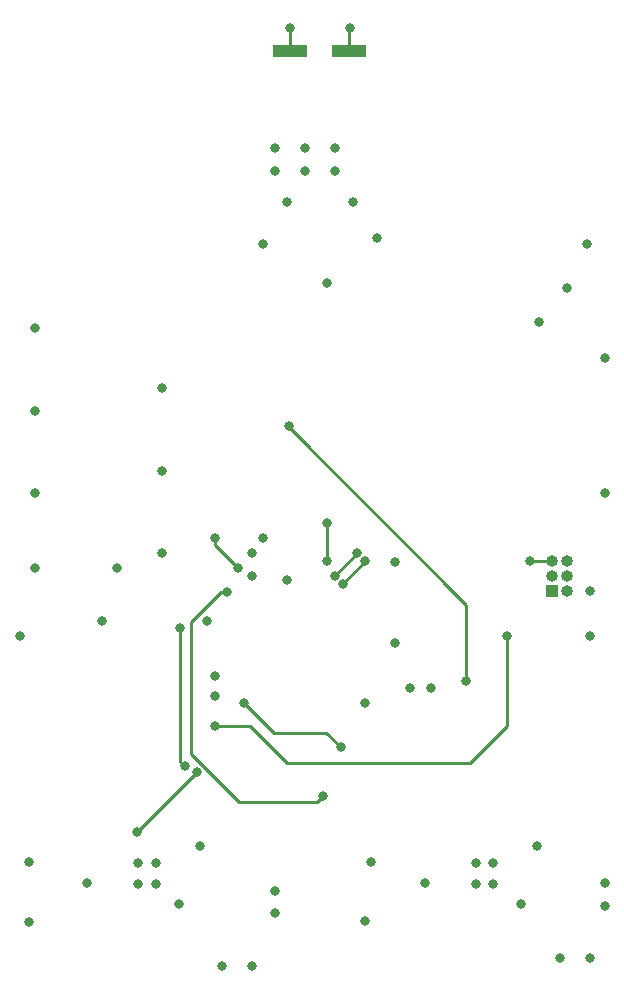
<source format=gbr>
%TF.GenerationSoftware,KiCad,Pcbnew,(5.1.9)-1*%
%TF.CreationDate,2021-05-10T18:00:28-02:30*%
%TF.ProjectId,flamingo,666c616d-696e-4676-9f2e-6b696361645f,rev?*%
%TF.SameCoordinates,Original*%
%TF.FileFunction,Copper,L4,Bot*%
%TF.FilePolarity,Positive*%
%FSLAX46Y46*%
G04 Gerber Fmt 4.6, Leading zero omitted, Abs format (unit mm)*
G04 Created by KiCad (PCBNEW (5.1.9)-1) date 2021-05-10 18:00:28*
%MOMM*%
%LPD*%
G01*
G04 APERTURE LIST*
%TA.AperFunction,SMDPad,CuDef*%
%ADD10R,3.000000X1.000000*%
%TD*%
%TA.AperFunction,ComponentPad*%
%ADD11O,1.000000X1.000000*%
%TD*%
%TA.AperFunction,ComponentPad*%
%ADD12R,1.000000X1.000000*%
%TD*%
%TA.AperFunction,ViaPad*%
%ADD13C,0.800000*%
%TD*%
%TA.AperFunction,Conductor*%
%ADD14C,0.250000*%
%TD*%
G04 APERTURE END LIST*
D10*
%TO.P,J5,2*%
%TO.N,GND*%
X125730000Y-70485000D03*
%TO.P,J5,1*%
%TO.N,VCC*%
X130770000Y-70485000D03*
%TD*%
D11*
%TO.P,J1,6*%
%TO.N,RST_SW*%
X149225000Y-113665000D03*
%TO.P,J1,5*%
%TO.N,+3V3*%
X147955000Y-113665000D03*
%TO.P,J1,4*%
%TO.N,Net-(J1-Pad4)*%
X149225000Y-114935000D03*
%TO.P,J1,3*%
%TO.N,PA14_SWCLK*%
X147955000Y-114935000D03*
%TO.P,J1,2*%
%TO.N,GND*%
X149225000Y-116205000D03*
D12*
%TO.P,J1,1*%
%TO.N,PA13_SWDAT*%
X147955000Y-116205000D03*
%TD*%
D13*
%TO.N,GND*%
X137668000Y-124460000D03*
X122555000Y-147955000D03*
X120015000Y-147955000D03*
X152400000Y-107950000D03*
X151130000Y-116205000D03*
X122555000Y-113030000D03*
X124460000Y-78740000D03*
X127000000Y-78740000D03*
X129540000Y-78740000D03*
X119380000Y-125095000D03*
X102870000Y-120015000D03*
X149225000Y-90551000D03*
X104140000Y-107950000D03*
X104140000Y-114300000D03*
X104140000Y-93980000D03*
X104140000Y-100965000D03*
X151130000Y-120015000D03*
X132080000Y-125730000D03*
X125730000Y-68580000D03*
X118745000Y-118745000D03*
X132080000Y-144145000D03*
X137160000Y-140970000D03*
X146685000Y-137795000D03*
X118110000Y-137795000D03*
X108585000Y-140970000D03*
X116332000Y-142748000D03*
X148590000Y-147320000D03*
X151130000Y-147320000D03*
X131064000Y-83312000D03*
X125476000Y-83312000D03*
X123444000Y-86868000D03*
X125476000Y-115316000D03*
X103632000Y-144272000D03*
X133096000Y-86360000D03*
X112930000Y-139252500D03*
X114400000Y-139252500D03*
X112930000Y-141042500D03*
X114400000Y-141042500D03*
X141505000Y-139252500D03*
X142975000Y-139252500D03*
X141505000Y-141042500D03*
X142975000Y-141042500D03*
X145288000Y-142748000D03*
X146812000Y-93472000D03*
X152400000Y-96520000D03*
X150876000Y-86868000D03*
%TO.N,RST_SW*%
X119380000Y-127635000D03*
X144145000Y-120015000D03*
%TO.N,VCC*%
X130810000Y-68580000D03*
X152400000Y-142875000D03*
X152400000Y-140970000D03*
X124460000Y-143510000D03*
X124460000Y-141605000D03*
%TO.N,+3V3*%
X134620000Y-120650000D03*
X122555000Y-114935000D03*
X128905000Y-90170000D03*
X129540000Y-80645000D03*
X127000000Y-80645000D03*
X124460000Y-80645000D03*
X146050000Y-113665000D03*
X111125000Y-114300000D03*
X109855000Y-118745000D03*
X114935000Y-113030000D03*
X114935000Y-106045000D03*
X114935000Y-99060000D03*
X135890000Y-124460000D03*
X119380000Y-123444000D03*
X123444000Y-111760000D03*
X134620000Y-113792000D03*
X132588000Y-139192000D03*
X103632000Y-139192000D03*
%TO.N,PB2_CS*%
X128905000Y-113665000D03*
X128905000Y-110490000D03*
%TO.N,PB0_RDY_INT*%
X125649401Y-102235000D03*
X140700003Y-123825000D03*
%TO.N,PA1_TIM2CH2*%
X117851347Y-131576653D03*
X112776000Y-136652000D03*
%TO.N,PA0_TIM2CH1*%
X121830000Y-125730000D03*
X130048000Y-129482998D03*
%TO.N,PB3_USART2_TX*%
X130247108Y-115642108D03*
X132152108Y-113737108D03*
%TO.N,PB4_USART2_RX*%
X129540000Y-114935000D03*
X131445000Y-113030000D03*
%TO.N,PF0_STATUSLED*%
X121375000Y-114300000D03*
X119380000Y-111760000D03*
%TO.N,PA5_nFAULT*%
X128524000Y-133604000D03*
X120396000Y-116332000D03*
%TO.N,PA2_nFAULT*%
X116474997Y-119380000D03*
X116840000Y-131064000D03*
%TD*%
D14*
%TO.N,GND*%
X125730000Y-70485000D02*
X125730000Y-68580000D01*
%TO.N,RST_SW*%
X144145000Y-127635000D02*
X144145000Y-120015000D01*
X125533002Y-130810000D02*
X140970000Y-130810000D01*
X122358002Y-127635000D02*
X125533002Y-130810000D01*
X140970000Y-130810000D02*
X144145000Y-127635000D01*
X119380000Y-127635000D02*
X122358002Y-127635000D01*
%TO.N,VCC*%
X130770000Y-68620000D02*
X130810000Y-68580000D01*
X130770000Y-70485000D02*
X130770000Y-68620000D01*
%TO.N,+3V3*%
X147955000Y-113665000D02*
X146050000Y-113665000D01*
%TO.N,PB2_CS*%
X128905000Y-113665000D02*
X128905000Y-110490000D01*
%TO.N,PB0_RDY_INT*%
X125649401Y-102371399D02*
X125649401Y-102235000D01*
X140700003Y-117422001D02*
X125649401Y-102371399D01*
X140700003Y-123825000D02*
X140700003Y-117422001D01*
%TO.N,PA1_TIM2CH2*%
X117851347Y-131576653D02*
X113284000Y-136144000D01*
X113284000Y-136144000D02*
X112776000Y-136652000D01*
%TO.N,PA0_TIM2CH1*%
X124370000Y-128270000D02*
X124460000Y-128270000D01*
X121830000Y-125730000D02*
X124370000Y-128270000D01*
X128835002Y-128270000D02*
X130048000Y-129482998D01*
X124370000Y-128270000D02*
X128835002Y-128270000D01*
%TO.N,PB3_USART2_TX*%
X130247108Y-115642108D02*
X132152108Y-113737108D01*
%TO.N,PB4_USART2_RX*%
X129540000Y-114935000D02*
X131445000Y-113030000D01*
%TO.N,PF0_STATUSLED*%
X119380000Y-112305000D02*
X119380000Y-111760000D01*
X121375000Y-114300000D02*
X119380000Y-112305000D01*
%TO.N,PA5_nFAULT*%
X128524000Y-133604000D02*
X128016000Y-134112000D01*
X128016000Y-134112000D02*
X121412000Y-134112000D01*
X121412000Y-134112000D02*
X117348000Y-130048000D01*
X117348000Y-130048000D02*
X117348000Y-118872000D01*
X119888000Y-116332000D02*
X120396000Y-116332000D01*
X117348000Y-118872000D02*
X119888000Y-116332000D01*
%TO.N,PA2_nFAULT*%
X116474997Y-130698997D02*
X116840000Y-131064000D01*
X116474997Y-119380000D02*
X116474997Y-130698997D01*
%TD*%
M02*

</source>
